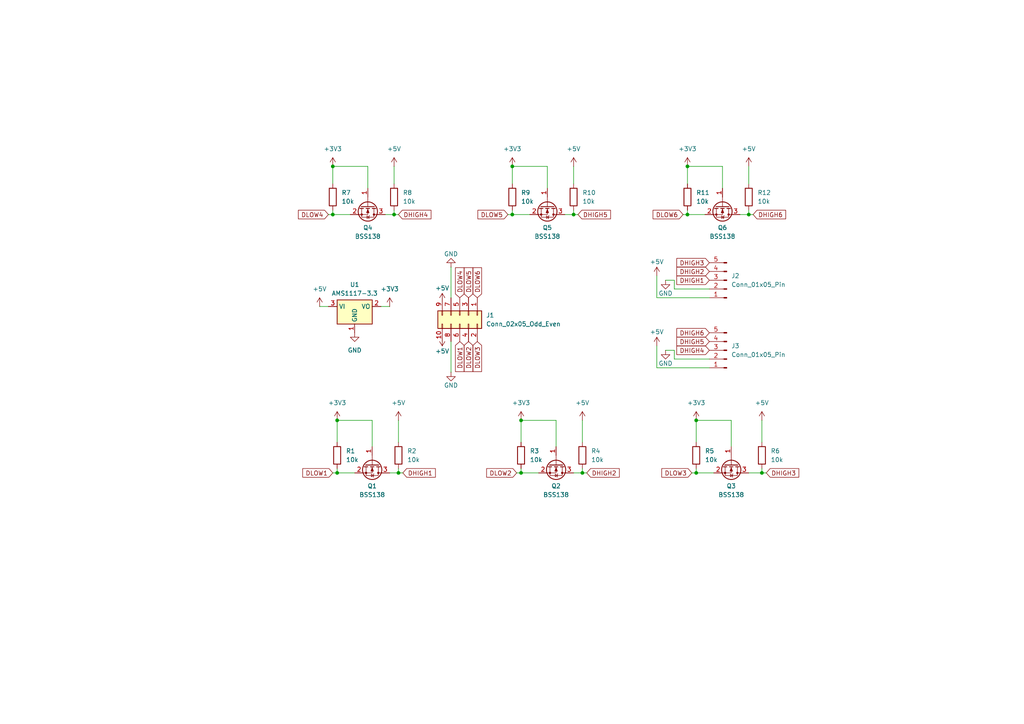
<source format=kicad_sch>
(kicad_sch (version 20231120) (generator "eeschema") (generator_version "8.0")
  (paper "A4")
  (lib_symbols
    (symbol "Connector:Conn_01x05_Pin" (pin_names (offset 1.016) hide)
      (property "Reference" "J" (at 0 7.62 0))
      (property "Value" "Conn_01x05_Pin" (at 0 -7.62 0))
      (symbol "Conn_01x05_Pin_1_1"
        (polyline (pts (xy 1.27 -5.08) (xy 0.8636 -5.08)) (stroke (width 0.1524)))
        (polyline (pts (xy 1.27 -2.54) (xy 0.8636 -2.54)) (stroke (width 0.1524)))
        (polyline (pts (xy 1.27 0) (xy 0.8636 0)) (stroke (width 0.1524)))
        (polyline (pts (xy 1.27 2.54) (xy 0.8636 2.54)) (stroke (width 0.1524)))
        (polyline (pts (xy 1.27 5.08) (xy 0.8636 5.08)) (stroke (width 0.1524)))
        (rectangle (start 0.8636 -4.953) (end 0 -5.207) (stroke (width 0.1524)) (fill (type outline)))
        (rectangle (start 0.8636 -2.413) (end 0 -2.667) (stroke (width 0.1524)) (fill (type outline)))
        (rectangle (start 0.8636 0.127) (end 0 -0.127) (stroke (width 0.1524)) (fill (type outline)))
        (rectangle (start 0.8636 2.667) (end 0 2.413) (stroke (width 0.1524)) (fill (type outline)))
        (rectangle (start 0.8636 5.207) (end 0 4.953) (stroke (width 0.1524)) (fill (type outline)))
        (pin passive line (at 5.08 5.08 180) (length 3.81) (name "Pin_1") (number "1"))
        (pin passive line (at 5.08 2.54 180) (length 3.81) (name "Pin_2") (number "2"))
        (pin passive line (at 5.08 0 180) (length 3.81) (name "Pin_3") (number "3"))
        (pin passive line (at 5.08 -2.54 180) (length 3.81) (name "Pin_4") (number "4"))
        (pin passive line (at 5.08 -5.08 180) (length 3.81) (name "Pin_5") (number "5"))
      )
    )
    (symbol "Connector_Generic:Conn_02x05_Odd_Even" (pin_names (offset 1.016) hide)
      (property "Reference" "J" (at 1.27 7.62 0))
      (property "Value" "Conn_02x05_Odd_Even" (at 1.27 -7.62 0))
      (symbol "Conn_02x05_Odd_Even_1_1"
        (rectangle (start -1.27 -4.953) (end 0 -5.207) (stroke (width 0.1524)))
        (rectangle (start -1.27 -2.413) (end 0 -2.667) (stroke (width 0.1524)))
        (rectangle (start -1.27 0.127) (end 0 -0.127) (stroke (width 0.1524)))
        (rectangle (start -1.27 2.667) (end 0 2.413) (stroke (width 0.1524)))
        (rectangle (start -1.27 5.207) (end 0 4.953) (stroke (width 0.1524)))
        (rectangle (start -1.27 6.35) (end 3.81 -6.35) (stroke (width 0.254)) (fill (type background)))
        (rectangle (start 3.81 -4.953) (end 2.54 -5.207) (stroke (width 0.1524)))
        (rectangle (start 3.81 -2.413) (end 2.54 -2.667) (stroke (width 0.1524)))
        (rectangle (start 3.81 0.127) (end 2.54 -0.127) (stroke (width 0.1524)))
        (rectangle (start 3.81 2.667) (end 2.54 2.413) (stroke (width 0.1524)))
        (rectangle (start 3.81 5.207) (end 2.54 4.953) (stroke (width 0.1524)))
        (pin passive line (at -5.08 5.08 0) (length 3.81) (name "Pin_1") (number "1"))
        (pin passive line (at 7.62 -5.08 180) (length 3.81) (name "Pin_10") (number "10"))
        (pin passive line (at 7.62 5.08 180) (length 3.81) (name "Pin_2") (number "2"))
        (pin passive line (at -5.08 2.54 0) (length 3.81) (name "Pin_3") (number "3"))
        (pin passive line (at 7.62 2.54 180) (length 3.81) (name "Pin_4") (number "4"))
        (pin passive line (at -5.08 0 0) (length 3.81) (name "Pin_5") (number "5"))
        (pin passive line (at 7.62 0 180) (length 3.81) (name "Pin_6") (number "6"))
        (pin passive line (at -5.08 -2.54 0) (length 3.81) (name "Pin_7") (number "7"))
        (pin passive line (at 7.62 -2.54 180) (length 3.81) (name "Pin_8") (number "8"))
        (pin passive line (at -5.08 -5.08 0) (length 3.81) (name "Pin_9") (number "9"))
      )
    )
    (symbol "Device:R" (pin_numbers hide) (pin_names (offset 0))
      (property "Reference" "R" (at 2.032 0 90))
      (property "Value" "R" (at 0 0 90))
      (symbol "R_0_1"
        (rectangle (start -1.016 -2.54) (end 1.016 2.54) (stroke (width 0.254)))
      )
      (symbol "R_1_1"
        (pin passive line (at 0 3.81 270) (length 1.27) (name "~") (number "1"))
        (pin passive line (at 0 -3.81 90) (length 1.27) (name "~") (number "2"))
      )
    )
    (symbol "Regulator_Linear:AMS1117-3.3"
      (property "Reference" "U" (at -3.81 3.175 0))
      (property "Value" "AMS1117-3.3" (at 0 3.175 0))
      (symbol "AMS1117-3.3_0_1"
        (rectangle (start -5.08 -5.08) (end 5.08 1.905) (stroke (width 0.254)) (fill (type background)))
      )
      (symbol "AMS1117-3.3_1_1"
        (pin power_in line (at 0 -7.62 90) (length 2.54) (name "GND") (number "1"))
        (pin power_out line (at 7.62 0 180) (length 2.54) (name "VO") (number "2"))
        (pin power_in line (at -7.62 0 0) (length 2.54) (name "VI") (number "3"))
      )
    )
    (symbol "Transistor_FET:BSS138" (pin_names hide)
      (property "Reference" "Q" (at 5.08 1.905 0))
      (property "Value" "BSS138" (at 5.08 0 0))
      (symbol "BSS138_0_1"
        (polyline (pts (xy 0.254 0) (xy -2.54 0)))
        (polyline (pts (xy 0.254 1.905) (xy 0.254 -1.905)) (stroke (width 0.254)))
        (polyline (pts (xy 0.762 -1.27) (xy 0.762 -2.286)) (stroke (width 0.254)))
        (polyline (pts (xy 0.762 0.508) (xy 0.762 -0.508)) (stroke (width 0.254)))
        (polyline (pts (xy 0.762 2.286) (xy 0.762 1.27)) (stroke (width 0.254)))
        (polyline (pts (xy 2.54 2.54) (xy 2.54 1.778)))
        (polyline (pts (xy 2.54 -2.54) (xy 2.54 0) (xy 0.762 0)))
        (polyline (pts (xy 0.762 -1.778) (xy 3.302 -1.778) (xy 3.302 1.778) (xy 0.762 1.778)))
        (polyline (pts (xy 1.016 0) (xy 2.032 0.381) (xy 2.032 -0.381) (xy 1.016 0)) (fill (type outline)))
        (polyline (pts (xy 2.794 0.508) (xy 2.921 0.381) (xy 3.683 0.381) (xy 3.81 0.254)))
        (polyline (pts (xy 3.302 0.381) (xy 2.921 -0.254) (xy 3.683 -0.254) (xy 3.302 0.381)))
        (circle (center 1.651 0) (radius 2.794) (stroke (width 0.254)))
        (circle (center 2.54 -1.778) (radius 0.254) (fill (type outline)))
        (circle (center 2.54 1.778) (radius 0.254) (fill (type outline)))
      )
      (symbol "BSS138_1_1"
        (pin input line (at -5.08 0 0) (length 2.54) (name "G") (number "1"))
        (pin passive line (at 2.54 -5.08 90) (length 2.54) (name "S") (number "2"))
        (pin passive line (at 2.54 5.08 270) (length 2.54) (name "D") (number "3"))
      )
    )
    (symbol "power:+3V3" (power) (pin_numbers hide) (pin_names (offset 0) hide)
      (property "Value" "+3V3" (at 0 3.556 0))
      (symbol "+3V3_0_1"
        (polyline (pts (xy -0.762 1.27) (xy 0 2.54)))
        (polyline (pts (xy 0 0) (xy 0 2.54)))
        (polyline (pts (xy 0 2.54) (xy 0.762 1.27)))
      )
      (symbol "+3V3_1_1"
        (pin power_in line (at 0 0 90) (length 0) (name "~") (number "1"))
      )
    )
    (symbol "power:+5V" (power) (pin_numbers hide) (pin_names (offset 0) hide)
      (property "Value" "+5V" (at 0 3.556 0))
      (symbol "+5V_0_1"
        (polyline (pts (xy -0.762 1.27) (xy 0 2.54)))
        (polyline (pts (xy 0 0) (xy 0 2.54)))
        (polyline (pts (xy 0 2.54) (xy 0.762 1.27)))
      )
      (symbol "+5V_1_1"
        (pin power_in line (at 0 0 90) (length 0) (name "~") (number "1"))
      )
    )
    (symbol "power:GND" (power) (pin_numbers hide) (pin_names (offset 0) hide)
      (property "Value" "GND" (at 0 -3.81 0))
      (symbol "GND_0_1"
        (polyline (pts (xy 0 0) (xy 0 -1.27) (xy 1.27 -1.27) (xy 0 -2.54) (xy -1.27 -1.27) (xy 0 -1.27)))
      )
      (symbol "GND_1_1"
        (pin power_in line (at 0 0 270) (length 0) (name "~") (number "1"))
      )
    )
  )
  (junction (at 97.79 121.92))
  (junction (at 97.79 137.16))
  (junction (at 166.37 62.23))
  (junction (at 217.17 62.23))
  (junction (at 114.3 62.23))
  (junction (at 220.98 137.16))
  (junction (at 151.13 137.16))
  (junction (at 168.91 137.16))
  (junction (at 201.93 137.16))
  (junction (at 201.93 121.92))
  (junction (at 148.59 48.26))
  (junction (at 115.57 137.16))
  (junction (at 199.39 62.23))
  (junction (at 96.52 62.23))
  (junction (at 199.39 48.26))
  (junction (at 96.52 48.26))
  (junction (at 151.13 121.92))
  (junction (at 148.59 62.23))
  (wire (pts (xy 158.75 48.26) (xy 158.75 54.61)))
  (wire (pts (xy 147.32 62.23) (xy 148.59 62.23)))
  (wire (pts (xy 207.01 137.16) (xy 201.93 137.16)))
  (wire (pts (xy 92.71 88.9) (xy 95.25 88.9)))
  (wire (pts (xy 190.5 86.36) (xy 205.74 86.36)))
  (wire (pts (xy 115.57 137.16) (xy 113.03 137.16)))
  (wire (pts (xy 148.59 48.26) (xy 148.59 53.34)))
  (wire (pts (xy 130.81 77.47) (xy 130.81 86.36)))
  (wire (pts (xy 217.17 60.96) (xy 217.17 62.23)))
  (wire (pts (xy 114.3 48.26) (xy 114.3 53.34)))
  (wire (pts (xy 107.95 121.92) (xy 107.95 129.54)))
  (wire (pts (xy 151.13 135.89) (xy 151.13 137.16)))
  (wire (pts (xy 198.12 62.23) (xy 199.39 62.23)))
  (wire (pts (xy 199.39 48.26) (xy 199.39 53.34)))
  (wire (pts (xy 193.04 101.6) (xy 195.58 101.6)))
  (wire (pts (xy 217.17 62.23) (xy 218.44 62.23)))
  (wire (pts (xy 96.52 48.26) (xy 106.68 48.26)))
  (wire (pts (xy 115.57 121.92) (xy 115.57 128.27)))
  (wire (pts (xy 166.37 60.96) (xy 166.37 62.23)))
  (wire (pts (xy 220.98 135.89) (xy 220.98 137.16)))
  (wire (pts (xy 113.03 88.9) (xy 110.49 88.9)))
  (wire (pts (xy 220.98 121.92) (xy 220.98 128.27)))
  (wire (pts (xy 168.91 121.92) (xy 168.91 128.27)))
  (wire (pts (xy 114.3 60.96) (xy 114.3 62.23)))
  (wire (pts (xy 168.91 135.89) (xy 168.91 137.16)))
  (wire (pts (xy 200.66 137.16) (xy 201.93 137.16)))
  (wire (pts (xy 204.47 62.23) (xy 199.39 62.23)))
  (wire (pts (xy 168.91 137.16) (xy 170.18 137.16)))
  (wire (pts (xy 217.17 48.26) (xy 217.17 53.34)))
  (wire (pts (xy 212.09 121.92) (xy 212.09 129.54)))
  (wire (pts (xy 114.3 62.23) (xy 115.57 62.23)))
  (wire (pts (xy 195.58 81.28) (xy 195.58 83.82)))
  (wire (pts (xy 199.39 60.96) (xy 199.39 62.23)))
  (wire (pts (xy 220.98 137.16) (xy 222.25 137.16)))
  (wire (pts (xy 96.52 48.26) (xy 96.52 53.34)))
  (wire (pts (xy 220.98 137.16) (xy 217.17 137.16)))
  (wire (pts (xy 130.81 107.95) (xy 130.81 99.06)))
  (wire (pts (xy 95.25 62.23) (xy 96.52 62.23)))
  (wire (pts (xy 166.37 137.16) (xy 168.91 137.16)))
  (wire (pts (xy 148.59 48.26) (xy 158.75 48.26)))
  (wire (pts (xy 101.6 62.23) (xy 96.52 62.23)))
  (wire (pts (xy 115.57 135.89) (xy 115.57 137.16)))
  (wire (pts (xy 102.87 137.16) (xy 97.79 137.16)))
  (wire (pts (xy 195.58 104.14) (xy 205.74 104.14)))
  (wire (pts (xy 190.5 106.68) (xy 190.5 100.33)))
  (wire (pts (xy 151.13 121.92) (xy 161.29 121.92)))
  (wire (pts (xy 214.63 62.23) (xy 217.17 62.23)))
  (wire (pts (xy 193.04 81.28) (xy 195.58 81.28)))
  (wire (pts (xy 195.58 101.6) (xy 195.58 104.14)))
  (wire (pts (xy 128.27 87.63) (xy 128.27 86.36)))
  (wire (pts (xy 148.59 60.96) (xy 148.59 62.23)))
  (wire (pts (xy 96.52 137.16) (xy 97.79 137.16)))
  (wire (pts (xy 96.52 60.96) (xy 96.52 62.23)))
  (wire (pts (xy 195.58 83.82) (xy 205.74 83.82)))
  (wire (pts (xy 151.13 121.92) (xy 151.13 128.27)))
  (wire (pts (xy 163.83 62.23) (xy 166.37 62.23)))
  (wire (pts (xy 205.74 106.68) (xy 190.5 106.68)))
  (wire (pts (xy 161.29 121.92) (xy 161.29 129.54)))
  (wire (pts (xy 201.93 121.92) (xy 212.09 121.92)))
  (wire (pts (xy 97.79 121.92) (xy 107.95 121.92)))
  (wire (pts (xy 153.67 62.23) (xy 148.59 62.23)))
  (wire (pts (xy 166.37 48.26) (xy 166.37 53.34)))
  (wire (pts (xy 97.79 121.92) (xy 97.79 128.27)))
  (wire (pts (xy 156.21 137.16) (xy 151.13 137.16)))
  (wire (pts (xy 115.57 137.16) (xy 116.84 137.16)))
  (wire (pts (xy 190.5 80.01) (xy 190.5 86.36)))
  (wire (pts (xy 201.93 128.27) (xy 201.93 121.92)))
  (wire (pts (xy 111.76 62.23) (xy 114.3 62.23)))
  (wire (pts (xy 166.37 62.23) (xy 167.64 62.23)))
  (wire (pts (xy 128.27 97.79) (xy 128.27 99.06)))
  (wire (pts (xy 201.93 135.89) (xy 201.93 137.16)))
  (wire (pts (xy 106.68 48.26) (xy 106.68 54.61)))
  (wire (pts (xy 199.39 48.26) (xy 209.55 48.26)))
  (wire (pts (xy 209.55 48.26) (xy 209.55 54.61)))
  (wire (pts (xy 97.79 135.89) (xy 97.79 137.16)))
  (wire (pts (xy 149.86 137.16) (xy 151.13 137.16)))
  (global_label "DHIGH6" (shape input) (at 205.74 96.52 180) (property "Intersheetrefs" "${INTERSHEET_REFS}" (effects (hide yes))))
  (global_label "DLOW2" (shape input) (at 135.89 99.06 270) (property "Intersheetrefs" "${INTERSHEET_REFS}" (effects (hide yes))))
  (global_label "DHIGH3" (shape input) (at 205.74 76.2 180) (property "Intersheetrefs" "${INTERSHEET_REFS}" (effects (hide yes))))
  (global_label "DHIGH4" (shape input) (at 115.57 62.23 0) (property "Intersheetrefs" "${INTERSHEET_REFS}" (effects (hide yes))))
  (global_label "DLOW3" (shape input) (at 138.43 99.06 270) (property "Intersheetrefs" "${INTERSHEET_REFS}" (effects (hide yes))))
  (global_label "DHIGH5" (shape input) (at 167.64 62.23 0) (property "Intersheetrefs" "${INTERSHEET_REFS}" (effects (hide yes))))
  (global_label "DLOW2" (shape input) (at 149.86 137.16 180) (property "Intersheetrefs" "${INTERSHEET_REFS}" (effects (hide yes))))
  (global_label "DHIGH1" (shape input) (at 205.74 81.28 180) (property "Intersheetrefs" "${INTERSHEET_REFS}" (effects (hide yes))))
  (global_label "DHIGH3" (shape input) (at 222.25 137.16 0) (property "Intersheetrefs" "${INTERSHEET_REFS}" (effects (hide yes))))
  (global_label "DLOW3" (shape input) (at 200.66 137.16 180) (property "Intersheetrefs" "${INTERSHEET_REFS}" (effects (hide yes))))
  (global_label "DLOW5" (shape input) (at 135.89 86.36 90) (property "Intersheetrefs" "${INTERSHEET_REFS}" (effects (hide yes))))
  (global_label "DLOW1" (shape input) (at 133.35 99.06 270) (property "Intersheetrefs" "${INTERSHEET_REFS}" (effects (hide yes))))
  (global_label "DLOW5" (shape input) (at 147.32 62.23 180) (property "Intersheetrefs" "${INTERSHEET_REFS}" (effects (hide yes))))
  (global_label "DLOW4" (shape input) (at 95.25 62.23 180) (property "Intersheetrefs" "${INTERSHEET_REFS}" (effects (hide yes))))
  (global_label "DHIGH2" (shape input) (at 170.18 137.16 0) (property "Intersheetrefs" "${INTERSHEET_REFS}" (effects (hide yes))))
  (global_label "DHIGH6" (shape input) (at 218.44 62.23 0) (property "Intersheetrefs" "${INTERSHEET_REFS}" (effects (hide yes))))
  (global_label "DHIGH5" (shape input) (at 205.74 99.06 180) (property "Intersheetrefs" "${INTERSHEET_REFS}" (effects (hide yes))))
  (global_label "DLOW4" (shape input) (at 133.35 86.36 90) (property "Intersheetrefs" "${INTERSHEET_REFS}" (effects (hide yes))))
  (global_label "DLOW6" (shape input) (at 198.12 62.23 180) (property "Intersheetrefs" "${INTERSHEET_REFS}" (effects (hide yes))))
  (global_label "DHIGH1" (shape input) (at 116.84 137.16 0) (property "Intersheetrefs" "${INTERSHEET_REFS}" (effects (hide yes))))
  (global_label "DLOW6" (shape input) (at 138.43 86.36 90) (property "Intersheetrefs" "${INTERSHEET_REFS}" (effects (hide yes))))
  (global_label "DHIGH2" (shape input) (at 205.74 78.74 180) (property "Intersheetrefs" "${INTERSHEET_REFS}" (effects (hide yes))))
  (global_label "DHIGH4" (shape input) (at 205.74 101.6 180) (property "Intersheetrefs" "${INTERSHEET_REFS}" (effects (hide yes))))
  (global_label "DLOW1" (shape input) (at 96.52 137.16 180) (property "Intersheetrefs" "${INTERSHEET_REFS}" (effects (hide yes))))
  (symbol (lib_id "Device:R") (at 168.91 132.08 0) (unit 1)
    (property "Reference" "R4" (at 171.45 130.8099 0) (effects (justify left)))
    (property "Value" "10k" (at 171.45 133.3499 0) (effects (justify left)))
    (property "Footprint" "Resistor_SMD:R_0603_1608Metric_Pad0.98x0.95mm_HandSolder" (effects (hide yes)))
    (property "Description" "Resistor" (effects (hide yes)))
  )
  (symbol (lib_id "power:GND") (at 193.04 101.6 0) (unit 1)
    (property "Reference" "#PWR020" (effects (hide yes)))
    (property "Value" "GND" (at 193.04 105.41 0))
    (property "Description" "Power symbol creates a global label with name \"GND\" , ground" (effects (hide yes)))
  )
  (symbol (lib_id "power:GND") (at 193.04 81.28 0) (unit 1)
    (property "Reference" "#PWR023" (effects (hide yes)))
    (property "Value" "GND" (at 193.04 85.09 0))
    (property "Description" "Power symbol creates a global label with name \"GND\" , ground" (effects (hide yes)))
  )
  (symbol (lib_id "power:GND") (at 130.81 77.47 180) (unit 1)
    (property "Reference" "#PWR021" (effects (hide yes)))
    (property "Value" "GND" (at 130.81 73.66 0))
    (property "Description" "Power symbol creates a global label with name \"GND\" , ground" (effects (hide yes)))
  )
  (symbol (lib_id "power:+5V") (at 115.57 121.92 0) (unit 1)
    (property "Reference" "#PWR01" (effects (hide yes)))
    (property "Value" "+5V" (at 115.57 116.84 0))
    (property "Description" "Power symbol creates a global label with name \"+5V\"" (effects (hide yes)))
  )
  (symbol (lib_id "power:+5V") (at 190.5 80.01 0) (unit 1)
    (property "Reference" "#PWR022" (effects (hide yes)))
    (property "Value" "+5V" (at 190.5 75.946 0))
    (property "Description" "Power symbol creates a global label with name \"+5V\"" (effects (hide yes)))
  )
  (symbol (lib_id "power:+3V3") (at 97.79 121.92 0) (unit 1)
    (property "Reference" "#PWR02" (effects (hide yes)))
    (property "Value" "+3V3" (at 97.79 116.84 0))
    (property "Description" "Power symbol creates a global label with name \"+3V3\"" (effects (hide yes)))
  )
  (symbol (lib_id "power:GND") (at 130.81 107.95 0) (unit 1)
    (property "Reference" "#PWR07" (effects (hide yes)))
    (property "Value" "GND" (at 130.81 111.76 0))
    (property "Description" "Power symbol creates a global label with name \"GND\" , ground" (effects (hide yes)))
  )
  (symbol (lib_id "power:+5V") (at 128.27 87.63 0) (unit 1)
    (property "Reference" "#PWR06" (effects (hide yes)))
    (property "Value" "+5V" (at 128.27 83.566 0))
    (property "Description" "Power symbol creates a global label with name \"+5V\"" (effects (hide yes)))
  )
  (symbol (lib_id "power:+3V3") (at 151.13 121.92 0) (unit 1)
    (property "Reference" "#PWR08" (effects (hide yes)))
    (property "Value" "+3V3" (at 151.13 116.84 0))
    (property "Description" "Power symbol creates a global label with name \"+3V3\"" (effects (hide yes)))
  )
  (symbol (lib_id "power:+3V3") (at 96.52 48.26 0) (unit 1)
    (property "Reference" "#PWR012" (effects (hide yes)))
    (property "Value" "+3V3" (at 96.52 43.18 0))
    (property "Description" "Power symbol creates a global label with name \"+3V3\"" (effects (hide yes)))
  )
  (symbol (lib_id "power:+5V") (at 92.71 88.9 0) (unit 1)
    (property "Reference" "#PWR05" (effects (hide yes)))
    (property "Value" "+5V" (at 92.71 83.82 0))
    (property "Description" "Power symbol creates a global label with name \"+5V\"" (effects (hide yes)))
  )
  (symbol (lib_id "Device:R") (at 166.37 57.15 0) (unit 1)
    (property "Reference" "R10" (at 168.91 55.8799 0) (effects (justify left)))
    (property "Value" "10k" (at 168.91 58.4199 0) (effects (justify left)))
    (property "Footprint" "Resistor_SMD:R_0603_1608Metric_Pad0.98x0.95mm_HandSolder" (effects (hide yes)))
    (property "Description" "Resistor" (effects (hide yes)))
  )
  (symbol (lib_id "Device:R") (at 199.39 57.15 0) (unit 1)
    (property "Reference" "R11" (at 201.93 55.8799 0) (effects (justify left)))
    (property "Value" "10k" (at 201.93 58.4199 0) (effects (justify left)))
    (property "Footprint" "Resistor_SMD:R_0603_1608Metric_Pad0.98x0.95mm_HandSolder" (effects (hide yes)))
    (property "Description" "Resistor" (effects (hide yes)))
  )
  (symbol (lib_id "power:+5V") (at 128.27 97.79 180) (unit 1)
    (property "Reference" "#PWR018" (effects (hide yes)))
    (property "Value" "+5V" (at 128.27 101.854 0))
    (property "Description" "Power symbol creates a global label with name \"+5V\"" (effects (hide yes)))
  )
  (symbol (lib_id "Connector:Conn_01x05_Pin") (at 210.82 81.28 180) (unit 1)
    (property "Reference" "J2" (at 212.09 80.0099 0) (effects (justify right)))
    (property "Value" "Conn_01x05_Pin" (at 212.09 82.5499 0) (effects (justify right)))
    (property "Footprint" "Connector_JST:JST_PH_S5B-PH-K_1x05_P2.00mm_Horizontal" (effects (hide yes)))
    (property "Description" "Generic connector, single row, 01x05, script generated" (effects (hide yes)))
  )
  (symbol (lib_id "Transistor_FET:BSS138") (at 161.29 134.62 270) (unit 1)
    (property "Reference" "Q2" (at 161.29 140.97 90))
    (property "Value" "BSS138" (at 161.29 143.51 90))
    (property "Footprint" "Package_TO_SOT_SMD:SOT-23" (effects (hide yes)))
    (property "Datasheet" "https://www.onsemi.com/pub/Collateral/BSS138-D.PDF" (effects (hide yes)))
    (property "Description" "50V Vds, 0.22A Id, N-Channel MOSFET, SOT-23" (effects (hide yes)))
  )
  (symbol (lib_id "Device:R") (at 220.98 132.08 0) (unit 1)
    (property "Reference" "R6" (at 223.52 130.8099 0) (effects (justify left)))
    (property "Value" "10k" (at 223.52 133.3499 0) (effects (justify left)))
    (property "Footprint" "Resistor_SMD:R_0603_1608Metric_Pad0.98x0.95mm_HandSolder" (effects (hide yes)))
    (property "Description" "Resistor" (effects (hide yes)))
  )
  (symbol (lib_id "Device:R") (at 96.52 57.15 0) (unit 1)
    (property "Reference" "R7" (at 99.06 55.8799 0) (effects (justify left)))
    (property "Value" "10k" (at 99.06 58.4199 0) (effects (justify left)))
    (property "Footprint" "Resistor_SMD:R_0603_1608Metric_Pad0.98x0.95mm_HandSolder" (effects (hide yes)))
    (property "Description" "Resistor" (effects (hide yes)))
  )
  (symbol (lib_id "power:+5V") (at 168.91 121.92 0) (unit 1)
    (property "Reference" "#PWR09" (effects (hide yes)))
    (property "Value" "+5V" (at 168.91 116.84 0))
    (property "Description" "Power symbol creates a global label with name \"+5V\"" (effects (hide yes)))
  )
  (symbol (lib_id "Device:R") (at 151.13 132.08 0) (unit 1)
    (property "Reference" "R3" (at 153.67 130.8099 0) (effects (justify left)))
    (property "Value" "10k" (at 153.67 133.3499 0) (effects (justify left)))
    (property "Footprint" "Resistor_SMD:R_0603_1608Metric_Pad0.98x0.95mm_HandSolder" (effects (hide yes)))
    (property "Description" "Resistor" (effects (hide yes)))
  )
  (symbol (lib_id "power:+3V3") (at 148.59 48.26 0) (unit 1)
    (property "Reference" "#PWR014" (effects (hide yes)))
    (property "Value" "+3V3" (at 148.59 43.18 0))
    (property "Description" "Power symbol creates a global label with name \"+3V3\"" (effects (hide yes)))
  )
  (symbol (lib_id "power:+5V") (at 190.5 100.33 0) (unit 1)
    (property "Reference" "#PWR019" (effects (hide yes)))
    (property "Value" "+5V" (at 190.5 96.266 0))
    (property "Description" "Power symbol creates a global label with name \"+5V\"" (effects (hide yes)))
  )
  (symbol (lib_id "Device:R") (at 115.57 132.08 0) (unit 1)
    (property "Reference" "R2" (at 118.11 130.8099 0) (effects (justify left)))
    (property "Value" "10k" (at 118.11 133.3499 0) (effects (justify left)))
    (property "Footprint" "Resistor_SMD:R_0603_1608Metric_Pad0.98x0.95mm_HandSolder" (effects (hide yes)))
    (property "Description" "Resistor" (effects (hide yes)))
  )
  (symbol (lib_id "power:+3V3") (at 201.93 121.92 0) (unit 1)
    (property "Reference" "#PWR010" (effects (hide yes)))
    (property "Value" "+3V3" (at 201.93 116.84 0))
    (property "Description" "Power symbol creates a global label with name \"+3V3\"" (effects (hide yes)))
  )
  (symbol (lib_id "Transistor_FET:BSS138") (at 209.55 59.69 270) (unit 1)
    (property "Reference" "Q6" (at 209.55 66.04 90))
    (property "Value" "BSS138" (at 209.55 68.58 90))
    (property "Footprint" "Package_TO_SOT_SMD:SOT-23" (effects (hide yes)))
    (property "Datasheet" "https://www.onsemi.com/pub/Collateral/BSS138-D.PDF" (effects (hide yes)))
    (property "Description" "50V Vds, 0.22A Id, N-Channel MOSFET, SOT-23" (effects (hide yes)))
  )
  (symbol (lib_id "Device:R") (at 201.93 132.08 0) (unit 1)
    (property "Reference" "R5" (at 204.47 130.8099 0) (effects (justify left)))
    (property "Value" "10k" (at 204.47 133.3499 0) (effects (justify left)))
    (property "Footprint" "Resistor_SMD:R_0603_1608Metric_Pad0.98x0.95mm_HandSolder" (effects (hide yes)))
    (property "Description" "Resistor" (effects (hide yes)))
  )
  (symbol (lib_id "Device:R") (at 114.3 57.15 0) (unit 1)
    (property "Reference" "R8" (at 116.84 55.8799 0) (effects (justify left)))
    (property "Value" "10k" (at 116.84 58.4199 0) (effects (justify left)))
    (property "Footprint" "Resistor_SMD:R_0603_1608Metric_Pad0.98x0.95mm_HandSolder" (effects (hide yes)))
    (property "Description" "Resistor" (effects (hide yes)))
  )
  (symbol (lib_id "power:GND") (at 102.87 96.52 0) (unit 1)
    (property "Reference" "#PWR03" (effects (hide yes)))
    (property "Value" "GND" (at 102.87 101.6 0))
    (property "Description" "Power symbol creates a global label with name \"GND\" , ground" (effects (hide yes)))
  )
  (symbol (lib_id "Transistor_FET:BSS138") (at 107.95 134.62 270) (unit 1)
    (property "Reference" "Q1" (at 107.95 140.97 90))
    (property "Value" "BSS138" (at 107.95 143.51 90))
    (property "Footprint" "Package_TO_SOT_SMD:SOT-23" (effects (hide yes)))
    (property "Datasheet" "https://www.onsemi.com/pub/Collateral/BSS138-D.PDF" (effects (hide yes)))
    (property "Description" "50V Vds, 0.22A Id, N-Channel MOSFET, SOT-23" (effects (hide yes)))
  )
  (symbol (lib_id "Transistor_FET:BSS138") (at 158.75 59.69 270) (unit 1)
    (property "Reference" "Q5" (at 158.75 66.04 90))
    (property "Value" "BSS138" (at 158.75 68.58 90))
    (property "Footprint" "Package_TO_SOT_SMD:SOT-23" (effects (hide yes)))
    (property "Datasheet" "https://www.onsemi.com/pub/Collateral/BSS138-D.PDF" (effects (hide yes)))
    (property "Description" "50V Vds, 0.22A Id, N-Channel MOSFET, SOT-23" (effects (hide yes)))
  )
  (symbol (lib_id "Device:R") (at 148.59 57.15 0) (unit 1)
    (property "Reference" "R9" (at 151.13 55.8799 0) (effects (justify left)))
    (property "Value" "10k" (at 151.13 58.4199 0) (effects (justify left)))
    (property "Footprint" "Resistor_SMD:R_0603_1608Metric_Pad0.98x0.95mm_HandSolder" (effects (hide yes)))
    (property "Description" "Resistor" (effects (hide yes)))
  )
  (symbol (lib_id "power:+5V") (at 114.3 48.26 0) (unit 1)
    (property "Reference" "#PWR013" (effects (hide yes)))
    (property "Value" "+5V" (at 114.3 43.18 0))
    (property "Description" "Power symbol creates a global label with name \"+5V\"" (effects (hide yes)))
  )
  (symbol (lib_id "Transistor_FET:BSS138") (at 106.68 59.69 270) (unit 1)
    (property "Reference" "Q4" (at 106.68 66.04 90))
    (property "Value" "BSS138" (at 106.68 68.58 90))
    (property "Footprint" "Package_TO_SOT_SMD:SOT-23" (effects (hide yes)))
    (property "Datasheet" "https://www.onsemi.com/pub/Collateral/BSS138-D.PDF" (effects (hide yes)))
    (property "Description" "50V Vds, 0.22A Id, N-Channel MOSFET, SOT-23" (effects (hide yes)))
  )
  (symbol (lib_id "power:+5V") (at 217.17 48.26 0) (unit 1)
    (property "Reference" "#PWR017" (effects (hide yes)))
    (property "Value" "+5V" (at 217.17 43.18 0))
    (property "Description" "Power symbol creates a global label with name \"+5V\"" (effects (hide yes)))
  )
  (symbol (lib_id "Connector:Conn_01x05_Pin") (at 210.82 101.6 180) (unit 1)
    (property "Reference" "J3" (at 212.09 100.3299 0) (effects (justify right)))
    (property "Value" "Conn_01x05_Pin" (at 212.09 102.8699 0) (effects (justify right)))
    (property "Footprint" "Connector_JST:JST_PH_S5B-PH-K_1x05_P2.00mm_Horizontal" (effects (hide yes)))
    (property "Description" "Generic connector, single row, 01x05, script generated" (effects (hide yes)))
  )
  (symbol (lib_id "Device:R") (at 217.17 57.15 0) (unit 1)
    (property "Reference" "R12" (at 219.71 55.8799 0) (effects (justify left)))
    (property "Value" "10k" (at 219.71 58.4199 0) (effects (justify left)))
    (property "Footprint" "Resistor_SMD:R_0603_1608Metric_Pad0.98x0.95mm_HandSolder" (effects (hide yes)))
    (property "Description" "Resistor" (effects (hide yes)))
  )
  (symbol (lib_id "power:+3V3") (at 113.03 88.9 0) (unit 1)
    (property "Reference" "#PWR04" (effects (hide yes)))
    (property "Value" "+3V3" (at 113.03 83.82 0))
    (property "Description" "Power symbol creates a global label with name \"+3V3\"" (effects (hide yes)))
  )
  (symbol (lib_id "power:+5V") (at 166.37 48.26 0) (unit 1)
    (property "Reference" "#PWR015" (effects (hide yes)))
    (property "Value" "+5V" (at 166.37 43.18 0))
    (property "Description" "Power symbol creates a global label with name \"+5V\"" (effects (hide yes)))
  )
  (symbol (lib_id "power:+3V3") (at 199.39 48.26 0) (unit 1)
    (property "Reference" "#PWR016" (effects (hide yes)))
    (property "Value" "+3V3" (at 199.39 43.18 0))
    (property "Description" "Power symbol creates a global label with name \"+3V3\"" (effects (hide yes)))
  )
  (symbol (lib_id "Connector_Generic:Conn_02x05_Odd_Even") (at 133.35 91.44 270) (unit 1)
    (property "Reference" "J1" (at 140.97 91.4399 90) (effects (justify left)))
    (property "Value" "Conn_02x05_Odd_Even" (at 140.97 93.9799 90) (effects (justify left)))
    (property "Footprint" "Connector_PinHeader_2.54mm:PinHeader_2x05_P2.54mm_Vertical" (effects (hide yes)))
    (property "Description" "Generic connector, double row, 02x05, odd/even pin numbering scheme (row 1 odd numbers, row 2 even numbers), script generated (kicad-library-utils/schlib/autogen/connector/)" (effects (hide yes)))
  )
  (symbol (lib_id "power:+5V") (at 220.98 121.92 0) (unit 1)
    (property "Reference" "#PWR011" (effects (hide yes)))
    (property "Value" "+5V" (at 220.98 116.84 0))
    (property "Description" "Power symbol creates a global label with name \"+5V\"" (effects (hide yes)))
  )
  (symbol (lib_id "Transistor_FET:BSS138") (at 212.09 134.62 270) (unit 1)
    (property "Reference" "Q3" (at 212.09 140.97 90))
    (property "Value" "BSS138" (at 212.09 143.51 90))
    (property "Footprint" "Package_TO_SOT_SMD:SOT-23" (effects (hide yes)))
    (property "Datasheet" "https://www.onsemi.com/pub/Collateral/BSS138-D.PDF" (effects (hide yes)))
    (property "Description" "50V Vds, 0.22A Id, N-Channel MOSFET, SOT-23" (effects (hide yes)))
  )
  (symbol (lib_id "Device:R") (at 97.79 132.08 0) (unit 1)
    (property "Reference" "R1" (at 100.33 130.8099 0) (effects (justify left)))
    (property "Value" "10k" (at 100.33 133.3499 0) (effects (justify left)))
    (property "Footprint" "Resistor_SMD:R_0603_1608Metric_Pad0.98x0.95mm_HandSolder" (effects (hide yes)))
    (property "Description" "Resistor" (effects (hide yes)))
  )
  (symbol (lib_id "Regulator_Linear:AMS1117-3.3") (at 102.87 88.9 0) (unit 1)
    (property "Reference" "U1" (at 102.87 82.55 0))
    (property "Value" "AMS1117-3.3" (at 102.87 85.09 0))
    (property "Footprint" "Package_TO_SOT_SMD:SOT-223-3_TabPin2" (effects (hide yes)))
    (property "Datasheet" "http://www.advanced-monolithic.com/pdf/ds1117.pdf" (effects (hide yes)))
    (property "Description" "1A Low Dropout regulator, positive, 3.3V fixed output, SOT-223" (effects (hide yes)))
  )
)
</source>
